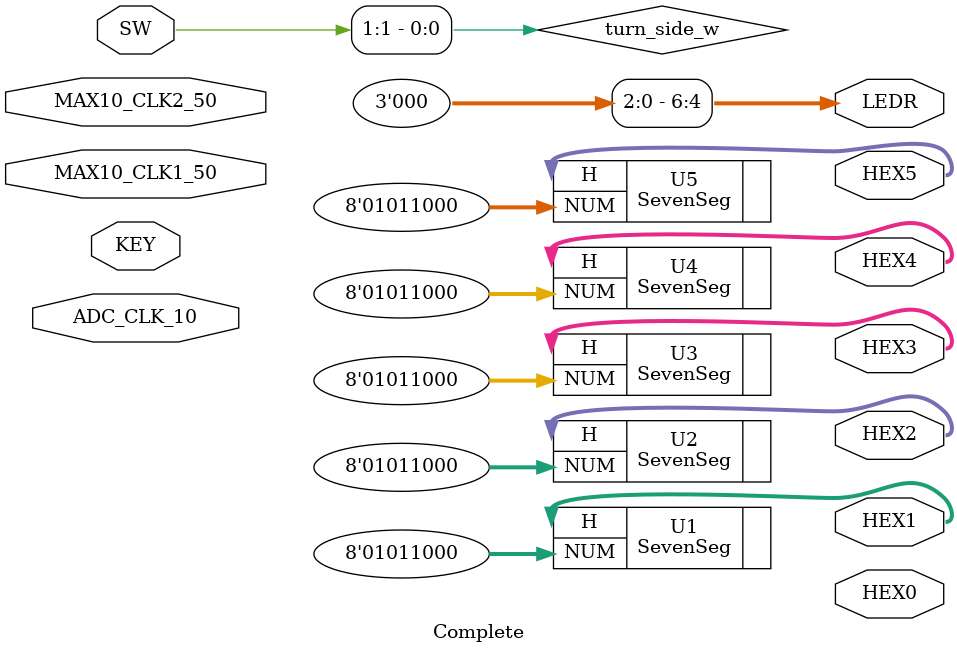
<source format=v>


module Complete(

	//////////// CLOCK //////////
	input 		          		ADC_CLK_10,
	input 		          		MAX10_CLK1_50,
	input 		          		MAX10_CLK2_50,

	//////////// SEG7 //////////
	output		     [7:0]		HEX0,
	output		     [7:0]		HEX1,
	output		     [7:0]		HEX2,
	output		     [7:0]		HEX3,
	output		     [7:0]		HEX4,
	output		     [7:0]		HEX5,

	//////////// KEY //////////
	input 		     [1:0]		KEY,

	//////////// LED //////////
	output		     [9:0]		LEDR,

	//////////// SW //////////
	input 		     [9:0]		SW
);

	assign LEDR[6:4] = 1'b0;

	//currently ALL seven segs blanked, need to use some to display state of state machine
	//SevenSeg U0(.H(HEX0), .NUM(8'd88));
	SevenSeg U1(.H(HEX1), .NUM(8'd88));
	SevenSeg U2(.H(HEX2), .NUM(8'd88));
	SevenSeg U3(.H(HEX3), .NUM(8'd88));
	SevenSeg U4(.H(HEX4), .NUM(8'd88));
	SevenSeg U5(.H(HEX5), .NUM(8'd88));

	reg reset_latch = 1'b0;

	always @(negedge KEY[0])
		begin
			reset_latch <= ~reset_latch;
		end

	wire s_clk;

	clock_divider #(5_000_000) C0(.clk(ADC_CLK_10), .reset_n(reset_latch), .slower_clk(s_clk));

	wire turn_side_w;
	reg turn_side_r = 1'b0;
	assign SW[1] = turn_side_w;

	always @(negedge KEY[1])
		begin
			if(SW[1] == 1)
				turn_side_r <= 1'b1;
			else
				turn_side_r <= 1'b0;
		end


	parameter IDLE = 3'b000;
	parameter HAZARDS = 3'b001;
	parameter TURN_LEFT = 3'b010;
	parameter TURN_RIGHT = 3'b100;

endmodule

</source>
